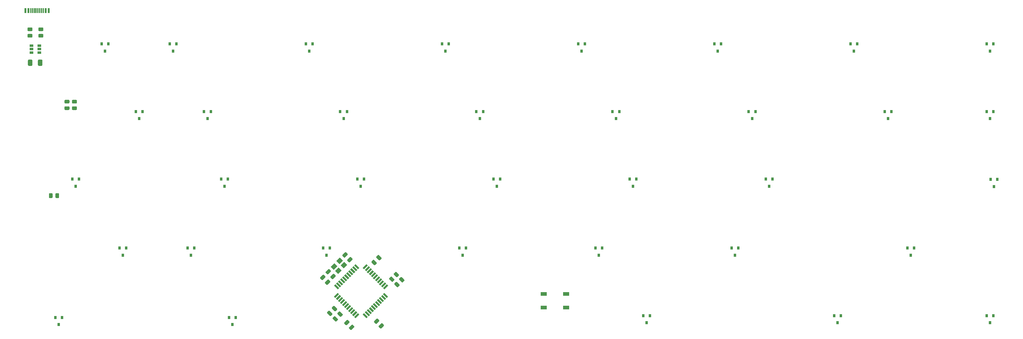
<source format=gbr>
%TF.GenerationSoftware,KiCad,Pcbnew,(5.1.10)-1*%
%TF.CreationDate,2021-07-23T21:16:20+02:00*%
%TF.ProjectId,67_E,36375f45-2e6b-4696-9361-645f70636258,rev?*%
%TF.SameCoordinates,Original*%
%TF.FileFunction,Paste,Bot*%
%TF.FilePolarity,Positive*%
%FSLAX46Y46*%
G04 Gerber Fmt 4.6, Leading zero omitted, Abs format (unit mm)*
G04 Created by KiCad (PCBNEW (5.1.10)-1) date 2021-07-23 21:16:20*
%MOMM*%
%LPD*%
G01*
G04 APERTURE LIST*
%ADD10R,0.800000X0.900000*%
%ADD11C,0.100000*%
%ADD12R,1.700000X1.000000*%
%ADD13R,0.600000X1.450000*%
%ADD14R,0.300000X1.450000*%
%ADD15R,1.060000X0.650000*%
G04 APERTURE END LIST*
D10*
%TO.C,D34*%
X130685500Y-166640000D03*
X132585500Y-166640000D03*
X131635500Y-168640000D03*
%TD*%
%TO.C,D31*%
X342712000Y-108982000D03*
X344612000Y-108982000D03*
X343662000Y-110982000D03*
%TD*%
%TO.C,D1*%
X95062000Y-90059000D03*
X96962000Y-90059000D03*
X96012000Y-92059000D03*
%TD*%
D11*
%TO.C,U1*%
G36*
X168117298Y-165781060D02*
G01*
X168506206Y-165392152D01*
X169566866Y-166452812D01*
X169177958Y-166841720D01*
X168117298Y-165781060D01*
G37*
G36*
X168682983Y-165215374D02*
G01*
X169071891Y-164826466D01*
X170132551Y-165887126D01*
X169743643Y-166276034D01*
X168682983Y-165215374D01*
G37*
G36*
X169248668Y-164649689D02*
G01*
X169637576Y-164260781D01*
X170698236Y-165321441D01*
X170309328Y-165710349D01*
X169248668Y-164649689D01*
G37*
G36*
X169814354Y-164084004D02*
G01*
X170203262Y-163695096D01*
X171263922Y-164755756D01*
X170875014Y-165144664D01*
X169814354Y-164084004D01*
G37*
G36*
X170380039Y-163518318D02*
G01*
X170768947Y-163129410D01*
X171829607Y-164190070D01*
X171440699Y-164578978D01*
X170380039Y-163518318D01*
G37*
G36*
X170945725Y-162952633D02*
G01*
X171334633Y-162563725D01*
X172395293Y-163624385D01*
X172006385Y-164013293D01*
X170945725Y-162952633D01*
G37*
G36*
X171511410Y-162386947D02*
G01*
X171900318Y-161998039D01*
X172960978Y-163058699D01*
X172572070Y-163447607D01*
X171511410Y-162386947D01*
G37*
G36*
X172077096Y-161821262D02*
G01*
X172466004Y-161432354D01*
X173526664Y-162493014D01*
X173137756Y-162881922D01*
X172077096Y-161821262D01*
G37*
G36*
X172642781Y-161255576D02*
G01*
X173031689Y-160866668D01*
X174092349Y-161927328D01*
X173703441Y-162316236D01*
X172642781Y-161255576D01*
G37*
G36*
X173208466Y-160689891D02*
G01*
X173597374Y-160300983D01*
X174658034Y-161361643D01*
X174269126Y-161750551D01*
X173208466Y-160689891D01*
G37*
G36*
X173774152Y-160124206D02*
G01*
X174163060Y-159735298D01*
X175223720Y-160795958D01*
X174834812Y-161184866D01*
X173774152Y-160124206D01*
G37*
G36*
X174163060Y-158780702D02*
G01*
X173774152Y-158391794D01*
X174834812Y-157331134D01*
X175223720Y-157720042D01*
X174163060Y-158780702D01*
G37*
G36*
X173597374Y-158215017D02*
G01*
X173208466Y-157826109D01*
X174269126Y-156765449D01*
X174658034Y-157154357D01*
X173597374Y-158215017D01*
G37*
G36*
X173031689Y-157649332D02*
G01*
X172642781Y-157260424D01*
X173703441Y-156199764D01*
X174092349Y-156588672D01*
X173031689Y-157649332D01*
G37*
G36*
X172466004Y-157083646D02*
G01*
X172077096Y-156694738D01*
X173137756Y-155634078D01*
X173526664Y-156022986D01*
X172466004Y-157083646D01*
G37*
G36*
X171900318Y-156517961D02*
G01*
X171511410Y-156129053D01*
X172572070Y-155068393D01*
X172960978Y-155457301D01*
X171900318Y-156517961D01*
G37*
G36*
X171334633Y-155952275D02*
G01*
X170945725Y-155563367D01*
X172006385Y-154502707D01*
X172395293Y-154891615D01*
X171334633Y-155952275D01*
G37*
G36*
X170768947Y-155386590D02*
G01*
X170380039Y-154997682D01*
X171440699Y-153937022D01*
X171829607Y-154325930D01*
X170768947Y-155386590D01*
G37*
G36*
X170203262Y-154820904D02*
G01*
X169814354Y-154431996D01*
X170875014Y-153371336D01*
X171263922Y-153760244D01*
X170203262Y-154820904D01*
G37*
G36*
X169637576Y-154255219D02*
G01*
X169248668Y-153866311D01*
X170309328Y-152805651D01*
X170698236Y-153194559D01*
X169637576Y-154255219D01*
G37*
G36*
X169071891Y-153689534D02*
G01*
X168682983Y-153300626D01*
X169743643Y-152239966D01*
X170132551Y-152628874D01*
X169071891Y-153689534D01*
G37*
G36*
X168506206Y-153123848D02*
G01*
X168117298Y-152734940D01*
X169177958Y-151674280D01*
X169566866Y-152063188D01*
X168506206Y-153123848D01*
G37*
G36*
X165713134Y-152063188D02*
G01*
X166102042Y-151674280D01*
X167162702Y-152734940D01*
X166773794Y-153123848D01*
X165713134Y-152063188D01*
G37*
G36*
X165147449Y-152628874D02*
G01*
X165536357Y-152239966D01*
X166597017Y-153300626D01*
X166208109Y-153689534D01*
X165147449Y-152628874D01*
G37*
G36*
X164581764Y-153194559D02*
G01*
X164970672Y-152805651D01*
X166031332Y-153866311D01*
X165642424Y-154255219D01*
X164581764Y-153194559D01*
G37*
G36*
X164016078Y-153760244D02*
G01*
X164404986Y-153371336D01*
X165465646Y-154431996D01*
X165076738Y-154820904D01*
X164016078Y-153760244D01*
G37*
G36*
X163450393Y-154325930D02*
G01*
X163839301Y-153937022D01*
X164899961Y-154997682D01*
X164511053Y-155386590D01*
X163450393Y-154325930D01*
G37*
G36*
X162884707Y-154891615D02*
G01*
X163273615Y-154502707D01*
X164334275Y-155563367D01*
X163945367Y-155952275D01*
X162884707Y-154891615D01*
G37*
G36*
X162319022Y-155457301D02*
G01*
X162707930Y-155068393D01*
X163768590Y-156129053D01*
X163379682Y-156517961D01*
X162319022Y-155457301D01*
G37*
G36*
X161753336Y-156022986D02*
G01*
X162142244Y-155634078D01*
X163202904Y-156694738D01*
X162813996Y-157083646D01*
X161753336Y-156022986D01*
G37*
G36*
X161187651Y-156588672D02*
G01*
X161576559Y-156199764D01*
X162637219Y-157260424D01*
X162248311Y-157649332D01*
X161187651Y-156588672D01*
G37*
G36*
X160621966Y-157154357D02*
G01*
X161010874Y-156765449D01*
X162071534Y-157826109D01*
X161682626Y-158215017D01*
X160621966Y-157154357D01*
G37*
G36*
X160056280Y-157720042D02*
G01*
X160445188Y-157331134D01*
X161505848Y-158391794D01*
X161116940Y-158780702D01*
X160056280Y-157720042D01*
G37*
G36*
X160445188Y-161184866D02*
G01*
X160056280Y-160795958D01*
X161116940Y-159735298D01*
X161505848Y-160124206D01*
X160445188Y-161184866D01*
G37*
G36*
X161010874Y-161750551D02*
G01*
X160621966Y-161361643D01*
X161682626Y-160300983D01*
X162071534Y-160689891D01*
X161010874Y-161750551D01*
G37*
G36*
X161576559Y-162316236D02*
G01*
X161187651Y-161927328D01*
X162248311Y-160866668D01*
X162637219Y-161255576D01*
X161576559Y-162316236D01*
G37*
G36*
X162142244Y-162881922D02*
G01*
X161753336Y-162493014D01*
X162813996Y-161432354D01*
X163202904Y-161821262D01*
X162142244Y-162881922D01*
G37*
G36*
X162707930Y-163447607D02*
G01*
X162319022Y-163058699D01*
X163379682Y-161998039D01*
X163768590Y-162386947D01*
X162707930Y-163447607D01*
G37*
G36*
X163273615Y-164013293D02*
G01*
X162884707Y-163624385D01*
X163945367Y-162563725D01*
X164334275Y-162952633D01*
X163273615Y-164013293D01*
G37*
G36*
X163839301Y-164578978D02*
G01*
X163450393Y-164190070D01*
X164511053Y-163129410D01*
X164899961Y-163518318D01*
X163839301Y-164578978D01*
G37*
G36*
X164404986Y-165144664D02*
G01*
X164016078Y-164755756D01*
X165076738Y-163695096D01*
X165465646Y-164084004D01*
X164404986Y-165144664D01*
G37*
G36*
X164970672Y-165710349D02*
G01*
X164581764Y-165321441D01*
X165642424Y-164260781D01*
X166031332Y-164649689D01*
X164970672Y-165710349D01*
G37*
G36*
X165536357Y-166276034D02*
G01*
X165147449Y-165887126D01*
X166208109Y-164826466D01*
X166597017Y-165215374D01*
X165536357Y-166276034D01*
G37*
G36*
X166102042Y-166841720D02*
G01*
X165713134Y-166452812D01*
X166773794Y-165392152D01*
X167162702Y-165781060D01*
X166102042Y-166841720D01*
G37*
%TD*%
D12*
%TO.C,RESET*%
X218719000Y-163888500D03*
X225019000Y-163888500D03*
X218719000Y-160088500D03*
X225019000Y-160088500D03*
%TD*%
D10*
%TO.C,D36*%
X342712000Y-166132000D03*
X344612000Y-166132000D03*
X343662000Y-168132000D03*
%TD*%
%TO.C,D35*%
X300040000Y-166132000D03*
X301940000Y-166132000D03*
X300990000Y-168132000D03*
%TD*%
%TO.C,D33*%
X246573000Y-166132000D03*
X248473000Y-166132000D03*
X247523000Y-168132000D03*
%TD*%
%TO.C,D32*%
X82108000Y-166640000D03*
X84008000Y-166640000D03*
X83058000Y-168640000D03*
%TD*%
%TO.C,D30*%
X320487000Y-147209000D03*
X322387000Y-147209000D03*
X321437000Y-149209000D03*
%TD*%
%TO.C,D29*%
X271338000Y-147209000D03*
X273238000Y-147209000D03*
X272288000Y-149209000D03*
%TD*%
%TO.C,D28*%
X233238000Y-147209000D03*
X235138000Y-147209000D03*
X234188000Y-149209000D03*
%TD*%
%TO.C,D27*%
X195138000Y-147209000D03*
X197038000Y-147209000D03*
X196088000Y-149209000D03*
%TD*%
%TO.C,D26*%
X157038000Y-147209000D03*
X158938000Y-147209000D03*
X157988000Y-149209000D03*
%TD*%
%TO.C,D25*%
X119065000Y-147209000D03*
X120965000Y-147209000D03*
X120015000Y-149209000D03*
%TD*%
%TO.C,D24*%
X100015000Y-147209000D03*
X101915000Y-147209000D03*
X100965000Y-149209000D03*
%TD*%
%TO.C,D23*%
X343791500Y-127968500D03*
X345691500Y-127968500D03*
X344741500Y-129968500D03*
%TD*%
%TO.C,D22*%
X280863000Y-127905000D03*
X282763000Y-127905000D03*
X281813000Y-129905000D03*
%TD*%
%TO.C,D21*%
X242763000Y-127905000D03*
X244663000Y-127905000D03*
X243713000Y-129905000D03*
%TD*%
%TO.C,D20*%
X204663000Y-127905000D03*
X206563000Y-127905000D03*
X205613000Y-129905000D03*
%TD*%
%TO.C,D19*%
X166563000Y-127905000D03*
X168463000Y-127905000D03*
X167513000Y-129905000D03*
%TD*%
%TO.C,D18*%
X128463000Y-127905000D03*
X130363000Y-127905000D03*
X129413000Y-129905000D03*
%TD*%
%TO.C,D17*%
X86807000Y-127905000D03*
X88707000Y-127905000D03*
X87757000Y-129905000D03*
%TD*%
%TO.C,D15*%
X314137000Y-108982000D03*
X316037000Y-108982000D03*
X315087000Y-110982000D03*
%TD*%
%TO.C,D14*%
X276100500Y-108982000D03*
X278000500Y-108982000D03*
X277050500Y-110982000D03*
%TD*%
%TO.C,D13*%
X238000500Y-108982000D03*
X239900500Y-108982000D03*
X238950500Y-110982000D03*
%TD*%
%TO.C,D12*%
X199900500Y-108982000D03*
X201800500Y-108982000D03*
X200850500Y-110982000D03*
%TD*%
%TO.C,D11*%
X161800500Y-108982000D03*
X163700500Y-108982000D03*
X162750500Y-110982000D03*
%TD*%
%TO.C,D10*%
X123700500Y-108982000D03*
X125600500Y-108982000D03*
X124650500Y-110982000D03*
%TD*%
%TO.C,D9*%
X104587000Y-108982000D03*
X106487000Y-108982000D03*
X105537000Y-110982000D03*
%TD*%
%TO.C,D8*%
X342712000Y-90059000D03*
X344612000Y-90059000D03*
X343662000Y-92059000D03*
%TD*%
%TO.C,D7*%
X304612000Y-90059000D03*
X306512000Y-90059000D03*
X305562000Y-92059000D03*
%TD*%
%TO.C,D6*%
X266512000Y-90059000D03*
X268412000Y-90059000D03*
X267462000Y-92059000D03*
%TD*%
%TO.C,D5*%
X228412000Y-90059000D03*
X230312000Y-90059000D03*
X229362000Y-92059000D03*
%TD*%
%TO.C,D4*%
X190312000Y-90059000D03*
X192212000Y-90059000D03*
X191262000Y-92059000D03*
%TD*%
%TO.C,D3*%
X152212000Y-90059000D03*
X154112000Y-90059000D03*
X153162000Y-92059000D03*
%TD*%
%TO.C,D2*%
X114112000Y-90059000D03*
X116012000Y-90059000D03*
X115062000Y-92059000D03*
%TD*%
D11*
%TO.C,X1*%
G36*
X162930069Y-151049984D02*
G01*
X163778597Y-151898512D01*
X162788647Y-152888462D01*
X161940119Y-152039934D01*
X162930069Y-151049984D01*
G37*
G36*
X161374434Y-152605619D02*
G01*
X162222962Y-153454147D01*
X161233012Y-154444097D01*
X160384484Y-153595569D01*
X161374434Y-152605619D01*
G37*
G36*
X160172353Y-151403538D02*
G01*
X161020881Y-152252066D01*
X160030931Y-153242016D01*
X159182403Y-152393488D01*
X160172353Y-151403538D01*
G37*
G36*
X161727988Y-149847903D02*
G01*
X162576516Y-150696431D01*
X161586566Y-151686381D01*
X160738038Y-150837853D01*
X161727988Y-149847903D01*
G37*
%TD*%
D13*
%TO.C,USB1*%
X80227240Y-80737760D03*
X79427240Y-80737760D03*
X74527240Y-80737760D03*
X73727240Y-80737760D03*
X73727240Y-80737760D03*
X74527240Y-80737760D03*
X79427240Y-80737760D03*
X80227240Y-80737760D03*
D14*
X75227240Y-80737760D03*
X75727240Y-80737760D03*
X76227240Y-80737760D03*
X77227240Y-80737760D03*
X77727240Y-80737760D03*
X78227240Y-80737760D03*
X78727240Y-80737760D03*
X76727240Y-80737760D03*
%TD*%
D15*
%TO.C,U2*%
X75417500Y-92453500D03*
X75417500Y-91503500D03*
X75417500Y-90553500D03*
X77617500Y-90553500D03*
X77617500Y-92453500D03*
X77617500Y-91503500D03*
%TD*%
%TO.C,R7*%
G36*
G01*
X80299500Y-132974501D02*
X80299500Y-132074499D01*
G75*
G02*
X80549499Y-131824500I249999J0D01*
G01*
X81074501Y-131824500D01*
G75*
G02*
X81324500Y-132074499I0J-249999D01*
G01*
X81324500Y-132974501D01*
G75*
G02*
X81074501Y-133224500I-249999J0D01*
G01*
X80549499Y-133224500D01*
G75*
G02*
X80299500Y-132974501I0J249999D01*
G01*
G37*
G36*
G01*
X82124500Y-132974501D02*
X82124500Y-132074499D01*
G75*
G02*
X82374499Y-131824500I249999J0D01*
G01*
X82899501Y-131824500D01*
G75*
G02*
X83149500Y-132074499I0J-249999D01*
G01*
X83149500Y-132974501D01*
G75*
G02*
X82899501Y-133224500I-249999J0D01*
G01*
X82374499Y-133224500D01*
G75*
G02*
X82124500Y-132974501I0J249999D01*
G01*
G37*
%TD*%
%TO.C,R6*%
G36*
G01*
X173982326Y-169027928D02*
X173345928Y-169664326D01*
G75*
G02*
X172992376Y-169664326I-176776J176776D01*
G01*
X172621144Y-169293094D01*
G75*
G02*
X172621144Y-168939542I176776J176776D01*
G01*
X173257542Y-168303144D01*
G75*
G02*
X173611094Y-168303144I176776J-176776D01*
G01*
X173982326Y-168674376D01*
G75*
G02*
X173982326Y-169027928I-176776J-176776D01*
G01*
G37*
G36*
G01*
X172691856Y-167737458D02*
X172055458Y-168373856D01*
G75*
G02*
X171701906Y-168373856I-176776J176776D01*
G01*
X171330674Y-168002624D01*
G75*
G02*
X171330674Y-167649072I176776J176776D01*
G01*
X171967072Y-167012674D01*
G75*
G02*
X172320624Y-167012674I176776J-176776D01*
G01*
X172691856Y-167383906D01*
G75*
G02*
X172691856Y-167737458I-176776J-176776D01*
G01*
G37*
%TD*%
%TO.C,R5*%
G36*
G01*
X177566422Y-153942021D02*
X178202820Y-154578419D01*
G75*
G02*
X178202820Y-154931971I-176776J-176776D01*
G01*
X177831588Y-155303203D01*
G75*
G02*
X177478036Y-155303203I-176776J176776D01*
G01*
X176841638Y-154666805D01*
G75*
G02*
X176841638Y-154313253I176776J176776D01*
G01*
X177212870Y-153942021D01*
G75*
G02*
X177566422Y-153942021I176776J-176776D01*
G01*
G37*
G36*
G01*
X176275952Y-155232491D02*
X176912350Y-155868889D01*
G75*
G02*
X176912350Y-156222441I-176776J-176776D01*
G01*
X176541118Y-156593673D01*
G75*
G02*
X176187566Y-156593673I-176776J176776D01*
G01*
X175551168Y-155957275D01*
G75*
G02*
X175551168Y-155603723I176776J176776D01*
G01*
X175922400Y-155232491D01*
G75*
G02*
X176275952Y-155232491I176776J-176776D01*
G01*
G37*
%TD*%
%TO.C,R4*%
G36*
G01*
X84893999Y-105699500D02*
X85794001Y-105699500D01*
G75*
G02*
X86044000Y-105949499I0J-249999D01*
G01*
X86044000Y-106474501D01*
G75*
G02*
X85794001Y-106724500I-249999J0D01*
G01*
X84893999Y-106724500D01*
G75*
G02*
X84644000Y-106474501I0J249999D01*
G01*
X84644000Y-105949499D01*
G75*
G02*
X84893999Y-105699500I249999J0D01*
G01*
G37*
G36*
G01*
X84893999Y-107524500D02*
X85794001Y-107524500D01*
G75*
G02*
X86044000Y-107774499I0J-249999D01*
G01*
X86044000Y-108299501D01*
G75*
G02*
X85794001Y-108549500I-249999J0D01*
G01*
X84893999Y-108549500D01*
G75*
G02*
X84644000Y-108299501I0J249999D01*
G01*
X84644000Y-107774499D01*
G75*
G02*
X84893999Y-107524500I249999J0D01*
G01*
G37*
%TD*%
%TO.C,R3*%
G36*
G01*
X86989499Y-105699500D02*
X87889501Y-105699500D01*
G75*
G02*
X88139500Y-105949499I0J-249999D01*
G01*
X88139500Y-106474501D01*
G75*
G02*
X87889501Y-106724500I-249999J0D01*
G01*
X86989499Y-106724500D01*
G75*
G02*
X86739500Y-106474501I0J249999D01*
G01*
X86739500Y-105949499D01*
G75*
G02*
X86989499Y-105699500I249999J0D01*
G01*
G37*
G36*
G01*
X86989499Y-107524500D02*
X87889501Y-107524500D01*
G75*
G02*
X88139500Y-107774499I0J-249999D01*
G01*
X88139500Y-108299501D01*
G75*
G02*
X87889501Y-108549500I-249999J0D01*
G01*
X86989499Y-108549500D01*
G75*
G02*
X86739500Y-108299501I0J249999D01*
G01*
X86739500Y-107774499D01*
G75*
G02*
X86989499Y-107524500I249999J0D01*
G01*
G37*
%TD*%
%TO.C,R2*%
G36*
G01*
X78491501Y-88293000D02*
X77591499Y-88293000D01*
G75*
G02*
X77341500Y-88043001I0J249999D01*
G01*
X77341500Y-87517999D01*
G75*
G02*
X77591499Y-87268000I249999J0D01*
G01*
X78491501Y-87268000D01*
G75*
G02*
X78741500Y-87517999I0J-249999D01*
G01*
X78741500Y-88043001D01*
G75*
G02*
X78491501Y-88293000I-249999J0D01*
G01*
G37*
G36*
G01*
X78491501Y-86468000D02*
X77591499Y-86468000D01*
G75*
G02*
X77341500Y-86218001I0J249999D01*
G01*
X77341500Y-85692999D01*
G75*
G02*
X77591499Y-85443000I249999J0D01*
G01*
X78491501Y-85443000D01*
G75*
G02*
X78741500Y-85692999I0J-249999D01*
G01*
X78741500Y-86218001D01*
G75*
G02*
X78491501Y-86468000I-249999J0D01*
G01*
G37*
%TD*%
%TO.C,R1*%
G36*
G01*
X75443501Y-88293000D02*
X74543499Y-88293000D01*
G75*
G02*
X74293500Y-88043001I0J249999D01*
G01*
X74293500Y-87517999D01*
G75*
G02*
X74543499Y-87268000I249999J0D01*
G01*
X75443501Y-87268000D01*
G75*
G02*
X75693500Y-87517999I0J-249999D01*
G01*
X75693500Y-88043001D01*
G75*
G02*
X75443501Y-88293000I-249999J0D01*
G01*
G37*
G36*
G01*
X75443501Y-86468000D02*
X74543499Y-86468000D01*
G75*
G02*
X74293500Y-86218001I0J249999D01*
G01*
X74293500Y-85692999D01*
G75*
G02*
X74543499Y-85443000I249999J0D01*
G01*
X75443501Y-85443000D01*
G75*
G02*
X75693500Y-85692999I0J-249999D01*
G01*
X75693500Y-86218001D01*
G75*
G02*
X75443501Y-86468000I-249999J0D01*
G01*
G37*
%TD*%
%TO.C,F1*%
G36*
G01*
X74429000Y-95938500D02*
X74429000Y-94688500D01*
G75*
G02*
X74679000Y-94438500I250000J0D01*
G01*
X75429000Y-94438500D01*
G75*
G02*
X75679000Y-94688500I0J-250000D01*
G01*
X75679000Y-95938500D01*
G75*
G02*
X75429000Y-96188500I-250000J0D01*
G01*
X74679000Y-96188500D01*
G75*
G02*
X74429000Y-95938500I0J250000D01*
G01*
G37*
G36*
G01*
X77229000Y-95938500D02*
X77229000Y-94688500D01*
G75*
G02*
X77479000Y-94438500I250000J0D01*
G01*
X78229000Y-94438500D01*
G75*
G02*
X78479000Y-94688500I0J-250000D01*
G01*
X78479000Y-95938500D01*
G75*
G02*
X78229000Y-96188500I-250000J0D01*
G01*
X77479000Y-96188500D01*
G75*
G02*
X77229000Y-95938500I0J250000D01*
G01*
G37*
%TD*%
%TO.C,C9*%
G36*
G01*
X157769820Y-153806071D02*
X158441571Y-153134320D01*
G75*
G02*
X158795125Y-153134320I176777J-176777D01*
G01*
X159148678Y-153487873D01*
G75*
G02*
X159148678Y-153841427I-176777J-176777D01*
G01*
X158476927Y-154513178D01*
G75*
G02*
X158123373Y-154513178I-176777J176777D01*
G01*
X157769820Y-154159625D01*
G75*
G02*
X157769820Y-153806071I176777J176777D01*
G01*
G37*
G36*
G01*
X159113322Y-155149573D02*
X159785073Y-154477822D01*
G75*
G02*
X160138627Y-154477822I176777J-176777D01*
G01*
X160492180Y-154831375D01*
G75*
G02*
X160492180Y-155184929I-176777J-176777D01*
G01*
X159820429Y-155856680D01*
G75*
G02*
X159466875Y-155856680I-176777J176777D01*
G01*
X159113322Y-155503127D01*
G75*
G02*
X159113322Y-155149573I176777J176777D01*
G01*
G37*
%TD*%
%TO.C,C8*%
G36*
G01*
X165191180Y-150485929D02*
X164519429Y-151157680D01*
G75*
G02*
X164165875Y-151157680I-176777J176777D01*
G01*
X163812322Y-150804127D01*
G75*
G02*
X163812322Y-150450573I176777J176777D01*
G01*
X164484073Y-149778822D01*
G75*
G02*
X164837627Y-149778822I176777J-176777D01*
G01*
X165191180Y-150132375D01*
G75*
G02*
X165191180Y-150485929I-176777J-176777D01*
G01*
G37*
G36*
G01*
X163847678Y-149142427D02*
X163175927Y-149814178D01*
G75*
G02*
X162822373Y-149814178I-176777J176777D01*
G01*
X162468820Y-149460625D01*
G75*
G02*
X162468820Y-149107071I176777J176777D01*
G01*
X163140571Y-148435320D01*
G75*
G02*
X163494125Y-148435320I176777J-176777D01*
G01*
X163847678Y-148788873D01*
G75*
G02*
X163847678Y-149142427I-176777J-176777D01*
G01*
G37*
%TD*%
%TO.C,C7*%
G36*
G01*
X161788929Y-165008820D02*
X162460680Y-165680571D01*
G75*
G02*
X162460680Y-166034125I-176777J-176777D01*
G01*
X162107127Y-166387678D01*
G75*
G02*
X161753573Y-166387678I-176777J176777D01*
G01*
X161081822Y-165715927D01*
G75*
G02*
X161081822Y-165362373I176777J176777D01*
G01*
X161435375Y-165008820D01*
G75*
G02*
X161788929Y-165008820I176777J-176777D01*
G01*
G37*
G36*
G01*
X160445427Y-166352322D02*
X161117178Y-167024073D01*
G75*
G02*
X161117178Y-167377627I-176777J-176777D01*
G01*
X160763625Y-167731180D01*
G75*
G02*
X160410071Y-167731180I-176777J176777D01*
G01*
X159738320Y-167059429D01*
G75*
G02*
X159738320Y-166705875I176777J176777D01*
G01*
X160091873Y-166352322D01*
G75*
G02*
X160445427Y-166352322I176777J-176777D01*
G01*
G37*
%TD*%
%TO.C,C5*%
G36*
G01*
X160228178Y-163458071D02*
X160899929Y-164129822D01*
G75*
G02*
X160899929Y-164483376I-176777J-176777D01*
G01*
X160546376Y-164836929D01*
G75*
G02*
X160192822Y-164836929I-176777J176777D01*
G01*
X159521071Y-164165178D01*
G75*
G02*
X159521071Y-163811624I176777J176777D01*
G01*
X159874624Y-163458071D01*
G75*
G02*
X160228178Y-163458071I176777J-176777D01*
G01*
G37*
G36*
G01*
X158884676Y-164801573D02*
X159556427Y-165473324D01*
G75*
G02*
X159556427Y-165826878I-176777J-176777D01*
G01*
X159202874Y-166180431D01*
G75*
G02*
X158849320Y-166180431I-176777J176777D01*
G01*
X158177569Y-165508680D01*
G75*
G02*
X158177569Y-165155126I176777J176777D01*
G01*
X158531122Y-164801573D01*
G75*
G02*
X158884676Y-164801573I176777J-176777D01*
G01*
G37*
%TD*%
%TO.C,C4*%
G36*
G01*
X177669307Y-158110770D02*
X176997556Y-157439019D01*
G75*
G02*
X176997556Y-157085465I176777J176777D01*
G01*
X177351109Y-156731912D01*
G75*
G02*
X177704663Y-156731912I176777J-176777D01*
G01*
X178376414Y-157403663D01*
G75*
G02*
X178376414Y-157757217I-176777J-176777D01*
G01*
X178022861Y-158110770D01*
G75*
G02*
X177669307Y-158110770I-176777J176777D01*
G01*
G37*
G36*
G01*
X179012809Y-156767268D02*
X178341058Y-156095517D01*
G75*
G02*
X178341058Y-155741963I176777J176777D01*
G01*
X178694611Y-155388410D01*
G75*
G02*
X179048165Y-155388410I176777J-176777D01*
G01*
X179719916Y-156060161D01*
G75*
G02*
X179719916Y-156413715I-176777J-176777D01*
G01*
X179366363Y-156767268D01*
G75*
G02*
X179012809Y-156767268I-176777J176777D01*
G01*
G37*
%TD*%
%TO.C,C3*%
G36*
G01*
X171268571Y-151919680D02*
X170596820Y-151247929D01*
G75*
G02*
X170596820Y-150894375I176777J176777D01*
G01*
X170950373Y-150540822D01*
G75*
G02*
X171303927Y-150540822I176777J-176777D01*
G01*
X171975678Y-151212573D01*
G75*
G02*
X171975678Y-151566127I-176777J-176777D01*
G01*
X171622125Y-151919680D01*
G75*
G02*
X171268571Y-151919680I-176777J176777D01*
G01*
G37*
G36*
G01*
X172612073Y-150576178D02*
X171940322Y-149904427D01*
G75*
G02*
X171940322Y-149550873I176777J176777D01*
G01*
X172293875Y-149197320D01*
G75*
G02*
X172647429Y-149197320I176777J-176777D01*
G01*
X173319180Y-149869071D01*
G75*
G02*
X173319180Y-150222625I-176777J-176777D01*
G01*
X172965627Y-150576178D01*
G75*
G02*
X172612073Y-150576178I-176777J176777D01*
G01*
G37*
%TD*%
%TO.C,C2*%
G36*
G01*
X157624678Y-155428926D02*
X156952927Y-156100677D01*
G75*
G02*
X156599373Y-156100677I-176777J176777D01*
G01*
X156245820Y-155747124D01*
G75*
G02*
X156245820Y-155393570I176777J176777D01*
G01*
X156917571Y-154721819D01*
G75*
G02*
X157271125Y-154721819I176777J-176777D01*
G01*
X157624678Y-155075372D01*
G75*
G02*
X157624678Y-155428926I-176777J-176777D01*
G01*
G37*
G36*
G01*
X158968180Y-156772428D02*
X158296429Y-157444179D01*
G75*
G02*
X157942875Y-157444179I-176777J176777D01*
G01*
X157589322Y-157090626D01*
G75*
G02*
X157589322Y-156737072I176777J176777D01*
G01*
X158261073Y-156065321D01*
G75*
G02*
X158614627Y-156065321I176777J-176777D01*
G01*
X158968180Y-156418874D01*
G75*
G02*
X158968180Y-156772428I-176777J-176777D01*
G01*
G37*
%TD*%
%TO.C,C1*%
G36*
G01*
X162976820Y-168030071D02*
X163648571Y-167358320D01*
G75*
G02*
X164002125Y-167358320I176777J-176777D01*
G01*
X164355678Y-167711873D01*
G75*
G02*
X164355678Y-168065427I-176777J-176777D01*
G01*
X163683927Y-168737178D01*
G75*
G02*
X163330373Y-168737178I-176777J176777D01*
G01*
X162976820Y-168383625D01*
G75*
G02*
X162976820Y-168030071I176777J176777D01*
G01*
G37*
G36*
G01*
X164320322Y-169373573D02*
X164992073Y-168701822D01*
G75*
G02*
X165345627Y-168701822I176777J-176777D01*
G01*
X165699180Y-169055375D01*
G75*
G02*
X165699180Y-169408929I-176777J-176777D01*
G01*
X165027429Y-170080680D01*
G75*
G02*
X164673875Y-170080680I-176777J176777D01*
G01*
X164320322Y-169727127D01*
G75*
G02*
X164320322Y-169373573I176777J176777D01*
G01*
G37*
%TD*%
M02*

</source>
